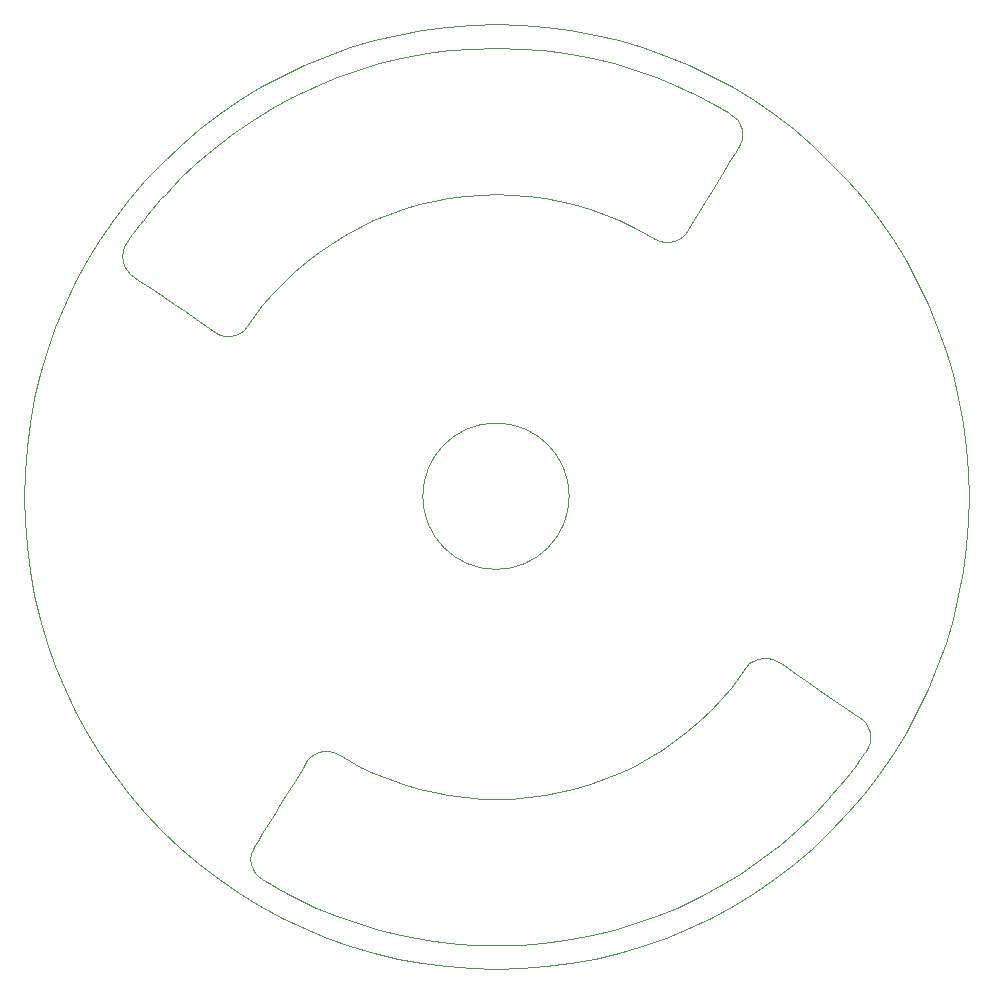
<source format=gbr>
%TF.GenerationSoftware,KiCad,Pcbnew,7.0.5.1-1-g8f565ef7f0-dirty-deb11*%
%TF.CreationDate,2023-07-01T20:56:19+00:00*%
%TF.ProjectId,USTTHUNDERMILLPCB04,55535454-4855-44e4-9445-524d494c4c50,rev?*%
%TF.SameCoordinates,Original*%
%TF.FileFunction,Profile,NP*%
%FSLAX46Y46*%
G04 Gerber Fmt 4.6, Leading zero omitted, Abs format (unit mm)*
G04 Created by KiCad (PCBNEW 7.0.5.1-1-g8f565ef7f0-dirty-deb11) date 2023-07-01 20:56:19*
%MOMM*%
%LPD*%
G01*
G04 APERTURE LIST*
%TA.AperFunction,Profile*%
%ADD10C,0.049999*%
%TD*%
%TA.AperFunction,Profile*%
%ADD11C,0.100000*%
%TD*%
G04 APERTURE END LIST*
D10*
X23397789Y-13746989D02*
X23779785Y-13916987D01*
X24357083Y-14313289D01*
X25424183Y-15045890D01*
X26424481Y-15732589D01*
X27355183Y-16371490D01*
X28213680Y-16960788D01*
X28997784Y-17499087D01*
X29705181Y-17984687D01*
X30333981Y-18416289D01*
X30702686Y-18669387D01*
X31040882Y-18915191D01*
X31320683Y-19225890D01*
X31529782Y-19587989D01*
X31658985Y-19985686D01*
X31702686Y-20401488D01*
X31658985Y-20817290D01*
X31529782Y-21214988D01*
X31320683Y-21577087D01*
X31190586Y-21766387D01*
X30852886Y-22257690D01*
X30775784Y-22369788D01*
X30547383Y-22667487D01*
X30300587Y-22989188D01*
X30123783Y-23219588D01*
X30017582Y-23358089D01*
X29982083Y-23404288D01*
X29628483Y-23865089D01*
X28404385Y-25298282D01*
X28124684Y-25608981D01*
X26827282Y-26976085D01*
X25460186Y-28273486D01*
X24026985Y-29497485D01*
X22531689Y-30644885D01*
X22193489Y-30890689D01*
X20640190Y-31958186D01*
X19033188Y-32942981D01*
X17376888Y-33842288D01*
X15675690Y-34653689D01*
X15293789Y-34823688D01*
X13552490Y-35544986D01*
X11775791Y-36174083D01*
X9968712Y-36709384D01*
X8136044Y-37149386D01*
X7727070Y-37236384D01*
X5873890Y-37579783D01*
X4005272Y-37825786D01*
X2126343Y-37973682D01*
X242249Y-38022983D01*
X-175865Y-38022983D01*
X-2059959Y-37973682D01*
X-3938888Y-37825786D01*
X-5807506Y-37579783D01*
X-7660686Y-37236384D01*
X-8069656Y-37149386D01*
X-9902326Y-36709384D01*
X-11709406Y-36174083D01*
X-13486105Y-35544986D01*
X-15227405Y-34823688D01*
X-15609304Y-34653689D01*
X-17310505Y-33842288D01*
X-17820904Y-33565082D01*
X-17872104Y-33537280D01*
X-18025505Y-33453982D01*
X-18280803Y-33315486D01*
X-18637104Y-33121982D01*
X-18966804Y-32942981D01*
X-19082804Y-32871882D01*
X-19591203Y-32560382D01*
X-19787004Y-32440280D01*
X-20125305Y-32194583D01*
X-20405004Y-31883884D01*
X-20614105Y-31521785D01*
X-20743305Y-31124087D01*
X-20787004Y-30708285D01*
X-20743305Y-30292483D01*
X-20614105Y-29894786D01*
X-20405004Y-29532687D01*
X-20171203Y-29151485D01*
X-19772304Y-28501384D01*
X-19323604Y-27770083D01*
X-18826204Y-26959483D01*
X-18281605Y-26071887D01*
X-17691305Y-25109683D01*
X-17056804Y-24075488D01*
X-16379904Y-22972190D01*
X-16013704Y-22375388D01*
X-15733906Y-22064689D01*
X-15395603Y-21818889D01*
X-15013704Y-21648788D01*
X-14604706Y-21561889D01*
X-14186603Y-21561889D01*
X-13777603Y-21648788D01*
X-13395603Y-21818889D01*
X-12766805Y-22204188D01*
X-11496906Y-22893687D01*
X-10381506Y-23425788D01*
X-9239725Y-23898688D01*
X-7877640Y-24380984D01*
X-6492180Y-24791385D01*
X-5290497Y-25079883D01*
X-4075336Y-25305186D01*
X-2642738Y-25493785D01*
X-1202228Y-25607081D01*
X33200Y-25639484D01*
X1268612Y-25607081D01*
X2709122Y-25493785D01*
X4141720Y-25305186D01*
X5356873Y-25079883D01*
X6558563Y-24791385D01*
X7944023Y-24380984D01*
X9306111Y-23898688D01*
X10447891Y-23425788D01*
X11563290Y-22893687D01*
X12833191Y-22204188D01*
X14065186Y-21449287D01*
X15083687Y-20749290D01*
X16064186Y-19996886D01*
X17162888Y-19058486D01*
X18211090Y-18063888D01*
X19061791Y-17167388D01*
X19864388Y-16227691D01*
X20743988Y-15081290D01*
X21161789Y-14473487D01*
X21441490Y-14162787D01*
X21779785Y-13916987D01*
X22161789Y-13746989D01*
X22570687Y-13659988D01*
X22988888Y-13659988D01*
X23397789Y-13746989D01*
D11*
X6200000Y0D02*
G75*
G03*
X6200000Y0I-6200000J0D01*
G01*
D10*
X2126633Y39911202D02*
X4214333Y39746900D01*
X6290573Y39473500D01*
X8349663Y39091901D01*
X10385990Y38603002D01*
X12393891Y38008302D01*
X14367890Y37309202D01*
X16302689Y36507803D01*
X18192787Y35606302D01*
X20033188Y34607000D01*
X21818787Y33512800D01*
X23544586Y32326701D01*
X25205982Y31051803D01*
X26798382Y29691802D01*
X28317486Y28250302D01*
X29758984Y26731202D01*
X31118984Y25138803D01*
X32393887Y23477405D01*
X33579983Y21751605D01*
X34674183Y19966004D01*
X35673489Y18125604D01*
X36574986Y16235505D01*
X37376385Y14300704D01*
X38075482Y12326705D01*
X38670185Y10318807D01*
X39159085Y8282477D01*
X39540684Y6223390D01*
X39814083Y4147149D01*
X39978390Y2059449D01*
X40033184Y-33992D01*
X39978390Y-2127433D01*
X39814083Y-4215133D01*
X39540684Y-6291373D01*
X39159085Y-8350463D01*
X38670185Y-10386790D01*
X38075482Y-12394691D01*
X37376385Y-14368690D01*
X36574986Y-16303489D01*
X35673489Y-18193587D01*
X34674183Y-20033988D01*
X33579983Y-21819587D01*
X32393887Y-23545386D01*
X31118984Y-25206782D01*
X29758984Y-26799182D01*
X28317486Y-28318286D01*
X26798382Y-29759784D01*
X25205982Y-31119784D01*
X23544586Y-32394687D01*
X21818787Y-33580783D01*
X20033188Y-34674983D01*
X18192787Y-35674289D01*
X16302689Y-36575786D01*
X14367890Y-37377185D01*
X12393891Y-38076282D01*
X10385990Y-38670985D01*
X8349663Y-39159885D01*
X6290573Y-39541484D01*
X4214333Y-39814883D01*
X2126633Y-39979190D01*
X33192Y-40033984D01*
X-2060249Y-39979190D01*
X-4147949Y-39814883D01*
X-6224190Y-39541484D01*
X-8283277Y-39159885D01*
X-10319607Y-38670985D01*
X-12327505Y-38076282D01*
X-14301504Y-37377185D01*
X-16236305Y-36575786D01*
X-18126404Y-35674289D01*
X-19966804Y-34674983D01*
X-21752405Y-33580783D01*
X-23478205Y-32394687D01*
X-25139603Y-31119784D01*
X-26732002Y-29759784D01*
X-28251102Y-28318286D01*
X-29692602Y-26799182D01*
X-31052603Y-25206782D01*
X-32327501Y-23545386D01*
X-33513600Y-21819587D01*
X-34607800Y-20033988D01*
X-35607102Y-18193587D01*
X-36508603Y-16303489D01*
X-37310002Y-14368690D01*
X-38009102Y-12394691D01*
X-38603802Y-10386790D01*
X-39092701Y-8350463D01*
X-39474300Y-6291373D01*
X-39747700Y-4215133D01*
X-39912002Y-2127433D01*
X-39966800Y-33992D01*
X-39912002Y2059449D01*
X-39747700Y4147149D01*
X-39474300Y6223390D01*
X-39092701Y8282477D01*
X-38603802Y10318807D01*
X-38009102Y12326705D01*
X-37310002Y14300704D01*
X-36508603Y16235505D01*
X-35607102Y18125604D01*
X-34607800Y19966004D01*
X-33513600Y21751605D01*
X-32327501Y23477405D01*
X-31052603Y25138803D01*
X-29692602Y26731202D01*
X-28251102Y28250302D01*
X-26732002Y29691802D01*
X-25139603Y31051803D01*
X-23478205Y32326701D01*
X-21752405Y33512800D01*
X-19966804Y34607000D01*
X-18126404Y35606302D01*
X-16236305Y36507803D01*
X-14301504Y37309202D01*
X-12327505Y38008302D01*
X-10319607Y38603002D01*
X-8283277Y39091901D01*
X-6224190Y39473500D01*
X-4147949Y39746900D01*
X-2060249Y39911202D01*
X33192Y39966000D01*
X2126633Y39911202D01*
X2126343Y37905702D02*
X4005272Y37757802D01*
X5873890Y37511800D01*
X7727070Y37168401D01*
X8136044Y37081399D01*
X9968712Y36641401D01*
X11775791Y36106100D01*
X13552490Y35477003D01*
X15293789Y34755701D01*
X15675690Y34585703D01*
X17376888Y33774301D01*
X17887287Y33497103D01*
X17938488Y33469301D01*
X18091889Y33386000D01*
X18347187Y33247504D01*
X18703488Y33054003D01*
X19033188Y32875002D01*
X19149185Y32803900D01*
X19657585Y32492403D01*
X19853386Y32372302D01*
X20191689Y32126601D01*
X20471390Y31815902D01*
X20680489Y31453803D01*
X20809689Y31056102D01*
X20853386Y30640302D01*
X20809689Y30224502D01*
X20680489Y29826802D01*
X20471390Y29464702D01*
X20237587Y29083503D01*
X19838688Y28433402D01*
X19389988Y27702102D01*
X18892586Y26891503D01*
X18347988Y26003904D01*
X17757691Y25041704D01*
X17123188Y24007503D01*
X16446289Y22904204D01*
X16080086Y22307404D01*
X15800289Y21996705D01*
X15461987Y21750905D01*
X15080086Y21580804D01*
X14671089Y21493905D01*
X14252987Y21493905D01*
X13843987Y21580804D01*
X13461987Y21750905D01*
X12833191Y22136205D01*
X11563290Y22825704D01*
X10447891Y23357804D01*
X9306111Y23830705D01*
X7944023Y24313003D01*
X6558563Y24723404D01*
X5356880Y25011904D01*
X4141720Y25237204D01*
X2709122Y25425804D01*
X1268612Y25539102D01*
X33184Y25571503D01*
X-1202228Y25539102D01*
X-2642738Y25425804D01*
X-4075336Y25237204D01*
X-5290489Y25011904D01*
X-6492180Y24723404D01*
X-7877640Y24313003D01*
X-9239725Y23830705D01*
X-10381506Y23357804D01*
X-11496906Y22825704D01*
X-12766805Y22136205D01*
X-13998804Y21381305D01*
X-15017303Y20681304D01*
X-15997804Y19928904D01*
X-17096504Y18990504D01*
X-18144705Y17995904D01*
X-18995405Y17099404D01*
X-19798004Y16159705D01*
X-20677604Y15013305D01*
X-21095403Y14405503D01*
X-21375105Y14094804D01*
X-21713404Y13849004D01*
X-22095403Y13679006D01*
X-22504305Y13592004D01*
X-22922504Y13592004D01*
X-23331404Y13679006D01*
X-23713404Y13849004D01*
X-24290704Y14245305D01*
X-25357804Y14977904D01*
X-26358104Y15664605D01*
X-27288803Y16303504D01*
X-28147302Y16892804D01*
X-28931402Y17431104D01*
X-29638803Y17916705D01*
X-30267603Y18348304D01*
X-30636303Y18601405D01*
X-30974502Y18847205D01*
X-31254303Y19157905D01*
X-31463402Y19520005D01*
X-31592602Y19917705D01*
X-31636303Y20333505D01*
X-31592602Y20749305D01*
X-31463402Y21147004D01*
X-31254303Y21509105D01*
X-31124203Y21698405D01*
X-30786503Y22189704D01*
X-30709402Y22301804D01*
X-30481003Y22599503D01*
X-30234203Y22921205D01*
X-30057401Y23151605D01*
X-29951202Y23290105D01*
X-29915703Y23336305D01*
X-29562103Y23797105D01*
X-28338003Y25230303D01*
X-28058302Y25541004D01*
X-26760902Y26908103D01*
X-25393803Y28205502D01*
X-23960604Y29429501D01*
X-22465305Y30576903D01*
X-22127104Y30822703D01*
X-20573805Y31890202D01*
X-18966804Y32875002D01*
X-17310505Y33774301D01*
X-15609304Y34585703D01*
X-15227405Y34755701D01*
X-13486105Y35477003D01*
X-11709406Y36106100D01*
X-9902326Y36641401D01*
X-8069656Y37081399D01*
X-7660686Y37168401D01*
X-5807506Y37511800D01*
X-3938888Y37757802D01*
X-2059959Y37905702D01*
X-175865Y37954999D01*
X242249Y37954999D01*
X2126343Y37905702D01*
M02*

</source>
